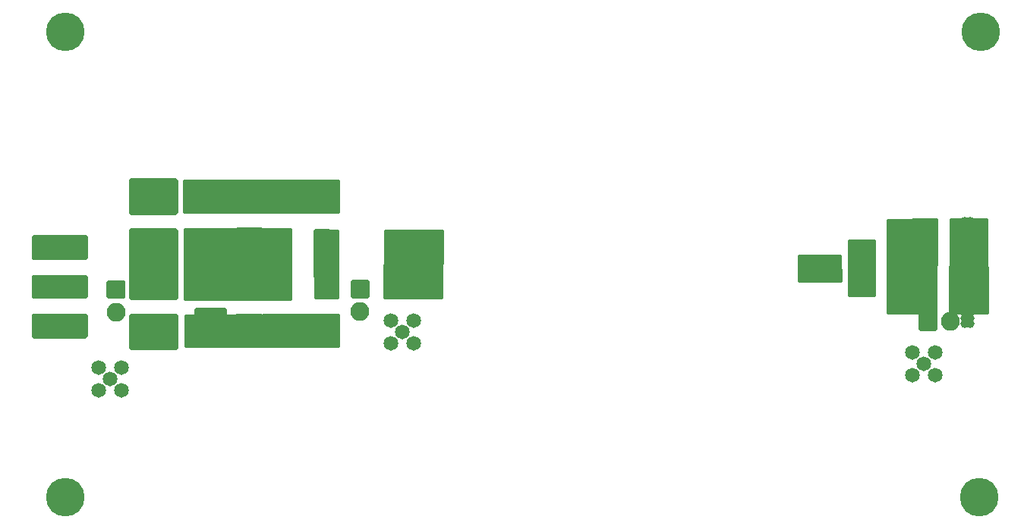
<source format=gts>
%TF.GenerationSoftware,KiCad,Pcbnew,(5.1.7-0-10_14)*%
%TF.CreationDate,2021-02-01T11:36:59-06:00*%
%TF.ProjectId,Q-test-circuit,512d7465-7374-42d6-9369-72637569742e,rev?*%
%TF.SameCoordinates,Original*%
%TF.FileFunction,Soldermask,Top*%
%TF.FilePolarity,Negative*%
%FSLAX46Y46*%
G04 Gerber Fmt 4.6, Leading zero omitted, Abs format (unit mm)*
G04 Created by KiCad (PCBNEW (5.1.7-0-10_14)) date 2021-02-01 11:36:59*
%MOMM*%
%LPD*%
G01*
G04 APERTURE LIST*
%ADD10O,2.100000X2.100000*%
%ADD11C,1.640000*%
%ADD12C,4.300000*%
%ADD13C,1.000000*%
%ADD14C,0.254000*%
%ADD15C,0.100000*%
G04 APERTURE END LIST*
D10*
%TO.C,TP1*%
X117700000Y-109340000D03*
G36*
G01*
X116650000Y-107650000D02*
X116650000Y-105950000D01*
G75*
G02*
X116850000Y-105750000I200000J0D01*
G01*
X118550000Y-105750000D01*
G75*
G02*
X118750000Y-105950000I0J-200000D01*
G01*
X118750000Y-107650000D01*
G75*
G02*
X118550000Y-107850000I-200000J0D01*
G01*
X116850000Y-107850000D01*
G75*
G02*
X116650000Y-107650000I0J200000D01*
G01*
G37*
%TD*%
%TO.C,TP3*%
X210800000Y-110380000D03*
G36*
G01*
X209110000Y-111430000D02*
X207410000Y-111430000D01*
G75*
G02*
X207210000Y-111230000I0J200000D01*
G01*
X207210000Y-109530000D01*
G75*
G02*
X207410000Y-109330000I200000J0D01*
G01*
X209110000Y-109330000D01*
G75*
G02*
X209310000Y-109530000I0J-200000D01*
G01*
X209310000Y-111230000D01*
G75*
G02*
X209110000Y-111430000I-200000J0D01*
G01*
G37*
%TD*%
%TO.C,TP2*%
X144910000Y-109300000D03*
G36*
G01*
X143860000Y-107610000D02*
X143860000Y-105910000D01*
G75*
G02*
X144060000Y-105710000I200000J0D01*
G01*
X145760000Y-105710000D01*
G75*
G02*
X145960000Y-105910000I0J-200000D01*
G01*
X145960000Y-107610000D01*
G75*
G02*
X145760000Y-107810000I-200000J0D01*
G01*
X144060000Y-107810000D01*
G75*
G02*
X143860000Y-107610000I0J200000D01*
G01*
G37*
%TD*%
D11*
%TO.C,TP1*%
X115730000Y-118070000D03*
X118270000Y-115530000D03*
X118270000Y-118070000D03*
X115730000Y-115530000D03*
X117000000Y-116800000D03*
%TD*%
%TO.C,TP3*%
X206530000Y-116400000D03*
X209070000Y-113860000D03*
X209070000Y-116400000D03*
X206530000Y-113860000D03*
X207800000Y-115130000D03*
%TD*%
%TO.C,TP2*%
X148380000Y-112820000D03*
X150920000Y-110280000D03*
X150920000Y-112820000D03*
X148380000Y-110280000D03*
X149650000Y-111550000D03*
%TD*%
%TO.C,J1*%
G36*
G01*
X114339400Y-103525000D02*
X108497400Y-103525000D01*
G75*
G02*
X108297400Y-103325000I0J200000D01*
G01*
X108297400Y-100912000D01*
G75*
G02*
X108497400Y-100712000I200000J0D01*
G01*
X114339400Y-100712000D01*
G75*
G02*
X114539400Y-100912000I0J-200000D01*
G01*
X114539400Y-103325000D01*
G75*
G02*
X114339400Y-103525000I-200000J0D01*
G01*
G37*
G36*
G01*
X114339400Y-112288000D02*
X108497400Y-112288000D01*
G75*
G02*
X108297400Y-112088000I0J200000D01*
G01*
X108297400Y-109675000D01*
G75*
G02*
X108497400Y-109475000I200000J0D01*
G01*
X114339400Y-109475000D01*
G75*
G02*
X114539400Y-109675000I0J-200000D01*
G01*
X114539400Y-112088000D01*
G75*
G02*
X114339400Y-112288000I-200000J0D01*
G01*
G37*
G36*
G01*
X114339400Y-107843000D02*
X108497400Y-107843000D01*
G75*
G02*
X108297400Y-107643000I0J200000D01*
G01*
X108297400Y-105357000D01*
G75*
G02*
X108497400Y-105157000I200000J0D01*
G01*
X114339400Y-105157000D01*
G75*
G02*
X114539400Y-105357000I0J-200000D01*
G01*
X114539400Y-107643000D01*
G75*
G02*
X114339400Y-107843000I-200000J0D01*
G01*
G37*
%TD*%
%TO.C,C1*%
G36*
G01*
X130953000Y-107817500D02*
X130953000Y-106547500D01*
G75*
G02*
X131153000Y-106347500I200000J0D01*
G01*
X133947000Y-106347500D01*
G75*
G02*
X134147000Y-106547500I0J-200000D01*
G01*
X134147000Y-107817500D01*
G75*
G02*
X133947000Y-108017500I-200000J0D01*
G01*
X131153000Y-108017500D01*
G75*
G02*
X130953000Y-107817500I0J200000D01*
G01*
G37*
G36*
G01*
X130953000Y-110992500D02*
X130953000Y-109722500D01*
G75*
G02*
X131153000Y-109522500I200000J0D01*
G01*
X133947000Y-109522500D01*
G75*
G02*
X134147000Y-109722500I0J-200000D01*
G01*
X134147000Y-110992500D01*
G75*
G02*
X133947000Y-111192500I-200000J0D01*
G01*
X131153000Y-111192500D01*
G75*
G02*
X130953000Y-110992500I0J200000D01*
G01*
G37*
%TD*%
%TO.C,C2*%
G36*
G01*
X134167000Y-100072500D02*
X134167000Y-101342500D01*
G75*
G02*
X133967000Y-101542500I-200000J0D01*
G01*
X131173000Y-101542500D01*
G75*
G02*
X130973000Y-101342500I0J200000D01*
G01*
X130973000Y-100072500D01*
G75*
G02*
X131173000Y-99872500I200000J0D01*
G01*
X133967000Y-99872500D01*
G75*
G02*
X134167000Y-100072500I0J-200000D01*
G01*
G37*
G36*
G01*
X134167000Y-96897500D02*
X134167000Y-98167500D01*
G75*
G02*
X133967000Y-98367500I-200000J0D01*
G01*
X131173000Y-98367500D01*
G75*
G02*
X130973000Y-98167500I0J200000D01*
G01*
X130973000Y-96897500D01*
G75*
G02*
X131173000Y-96697500I200000J0D01*
G01*
X133967000Y-96697500D01*
G75*
G02*
X134167000Y-96897500I0J-200000D01*
G01*
G37*
%TD*%
%TO.C,L1*%
G36*
G01*
X126460000Y-107830000D02*
X126460000Y-106830000D01*
G75*
G02*
X126660000Y-106630000I200000J0D01*
G01*
X129860000Y-106630000D01*
G75*
G02*
X130060000Y-106830000I0J-200000D01*
G01*
X130060000Y-107830000D01*
G75*
G02*
X129860000Y-108030000I-200000J0D01*
G01*
X126660000Y-108030000D01*
G75*
G02*
X126460000Y-107830000I0J200000D01*
G01*
G37*
G36*
G01*
X126460000Y-110030000D02*
X126460000Y-109030000D01*
G75*
G02*
X126660000Y-108830000I200000J0D01*
G01*
X129860000Y-108830000D01*
G75*
G02*
X130060000Y-109030000I0J-200000D01*
G01*
X130060000Y-110030000D01*
G75*
G02*
X129860000Y-110230000I-200000J0D01*
G01*
X126660000Y-110230000D01*
G75*
G02*
X126460000Y-110030000I0J200000D01*
G01*
G37*
%TD*%
%TO.C,L2*%
G36*
G01*
X139925000Y-100010000D02*
X141405000Y-100010000D01*
G75*
G02*
X141605000Y-100210000I0J-200000D01*
G01*
X141605000Y-105370000D01*
G75*
G02*
X141405000Y-105570000I-200000J0D01*
G01*
X139925000Y-105570000D01*
G75*
G02*
X139725000Y-105370000I0J200000D01*
G01*
X139725000Y-100210000D01*
G75*
G02*
X139925000Y-100010000I200000J0D01*
G01*
G37*
G36*
G01*
X135595000Y-102550000D02*
X137075000Y-102550000D01*
G75*
G02*
X137275000Y-102750000I0J-200000D01*
G01*
X137275000Y-107910000D01*
G75*
G02*
X137075000Y-108110000I-200000J0D01*
G01*
X135595000Y-108110000D01*
G75*
G02*
X135395000Y-107910000I0J200000D01*
G01*
X135395000Y-102750000D01*
G75*
G02*
X135595000Y-102550000I200000J0D01*
G01*
G37*
%TD*%
%TO.C,Z1*%
G36*
G01*
X119140000Y-113378000D02*
X119140000Y-109695000D01*
G75*
G02*
X119340000Y-109495000I200000J0D01*
G01*
X124420000Y-109495000D01*
G75*
G02*
X124620000Y-109695000I0J-200000D01*
G01*
X124620000Y-113378000D01*
G75*
G02*
X124420000Y-113578000I-200000J0D01*
G01*
X119340000Y-113578000D01*
G75*
G02*
X119140000Y-113378000I0J200000D01*
G01*
G37*
G36*
G01*
X119140000Y-98265000D02*
X119140000Y-94582000D01*
G75*
G02*
X119340000Y-94382000I200000J0D01*
G01*
X124420000Y-94382000D01*
G75*
G02*
X124620000Y-94582000I0J-200000D01*
G01*
X124620000Y-98265000D01*
G75*
G02*
X124420000Y-98465000I-200000J0D01*
G01*
X119340000Y-98465000D01*
G75*
G02*
X119140000Y-98265000I0J200000D01*
G01*
G37*
G36*
G01*
X119140000Y-107790001D02*
X119140000Y-100169999D01*
G75*
G02*
X119339999Y-99970000I199999J0D01*
G01*
X124420001Y-99970000D01*
G75*
G02*
X124620000Y-100169999I0J-199999D01*
G01*
X124620000Y-107790001D01*
G75*
G02*
X124420001Y-107990000I-199999J0D01*
G01*
X119339999Y-107990000D01*
G75*
G02*
X119140000Y-107790001I0J199999D01*
G01*
G37*
%TD*%
%TO.C,P1*%
G36*
G01*
X151310000Y-104940000D02*
X151310000Y-102940000D01*
G75*
G02*
X151510000Y-102740000I200000J0D01*
G01*
X153510000Y-102740000D01*
G75*
G02*
X153710000Y-102940000I0J-200000D01*
G01*
X153710000Y-104940000D01*
G75*
G02*
X153510000Y-105140000I-200000J0D01*
G01*
X151510000Y-105140000D01*
G75*
G02*
X151310000Y-104940000I0J200000D01*
G01*
G37*
%TD*%
%TO.C,P2*%
G36*
G01*
X194090000Y-105440000D02*
X194090000Y-103440000D01*
G75*
G02*
X194290000Y-103240000I200000J0D01*
G01*
X196290000Y-103240000D01*
G75*
G02*
X196490000Y-103440000I0J-200000D01*
G01*
X196490000Y-105440000D01*
G75*
G02*
X196290000Y-105640000I-200000J0D01*
G01*
X194290000Y-105640000D01*
G75*
G02*
X194090000Y-105440000I0J200000D01*
G01*
G37*
%TD*%
%TO.C,C4*%
G36*
G01*
X208740000Y-107590000D02*
X206990000Y-107590000D01*
G75*
G02*
X206790000Y-107390000I0J200000D01*
G01*
X206790000Y-101390000D01*
G75*
G02*
X206990000Y-101190000I200000J0D01*
G01*
X208740000Y-101190000D01*
G75*
G02*
X208940000Y-101390000I0J-200000D01*
G01*
X208940000Y-107390000D01*
G75*
G02*
X208740000Y-107590000I-200000J0D01*
G01*
G37*
G36*
G01*
X213990000Y-107590000D02*
X212240000Y-107590000D01*
G75*
G02*
X212040000Y-107390000I0J200000D01*
G01*
X212040000Y-101390000D01*
G75*
G02*
X212240000Y-101190000I200000J0D01*
G01*
X213990000Y-101190000D01*
G75*
G02*
X214190000Y-101390000I0J-200000D01*
G01*
X214190000Y-107390000D01*
G75*
G02*
X213990000Y-107590000I-200000J0D01*
G01*
G37*
%TD*%
%TO.C,C3*%
G36*
G01*
X201390000Y-107600000D02*
X199640000Y-107600000D01*
G75*
G02*
X199440000Y-107400000I0J200000D01*
G01*
X199440000Y-101400000D01*
G75*
G02*
X199640000Y-101200000I200000J0D01*
G01*
X201390000Y-101200000D01*
G75*
G02*
X201590000Y-101400000I0J-200000D01*
G01*
X201590000Y-107400000D01*
G75*
G02*
X201390000Y-107600000I-200000J0D01*
G01*
G37*
G36*
G01*
X206640000Y-107600000D02*
X204890000Y-107600000D01*
G75*
G02*
X204690000Y-107400000I0J200000D01*
G01*
X204690000Y-101400000D01*
G75*
G02*
X204890000Y-101200000I200000J0D01*
G01*
X206640000Y-101200000D01*
G75*
G02*
X206840000Y-101400000I0J-200000D01*
G01*
X206840000Y-107400000D01*
G75*
G02*
X206640000Y-107600000I-200000J0D01*
G01*
G37*
%TD*%
D12*
X214118000Y-78019000D03*
X214000000Y-130000000D03*
X112000000Y-130000000D03*
X112000000Y-78000000D03*
D13*
X212400000Y-110600000D03*
X212400000Y-99200000D03*
X213000000Y-99200000D03*
X212400000Y-99800000D03*
X213000000Y-99800000D03*
X213000000Y-100400000D03*
X213000000Y-101000000D03*
X212400000Y-101000000D03*
X212400000Y-100400000D03*
X212400000Y-107600000D03*
X213000000Y-108200000D03*
X213000000Y-107600000D03*
X212400000Y-108200000D03*
X213000000Y-110600000D03*
X213000000Y-110000000D03*
X213000000Y-108800000D03*
X213000000Y-109400000D03*
X212400000Y-109400000D03*
X212400000Y-108800000D03*
X212400000Y-110000000D03*
X213000000Y-106400000D03*
X213000000Y-107000000D03*
X212400000Y-107000000D03*
X212400000Y-106400000D03*
X212400000Y-105200000D03*
X213000000Y-105800000D03*
X213000000Y-105200000D03*
X212400000Y-105800000D03*
X213000000Y-104000000D03*
X213000000Y-104600000D03*
X212400000Y-104600000D03*
X212400000Y-104000000D03*
X212400000Y-102800000D03*
X213000000Y-103400000D03*
X213000000Y-102800000D03*
X212400000Y-103400000D03*
X213000000Y-101600000D03*
X213000000Y-102200000D03*
X212400000Y-102200000D03*
X212400000Y-101600000D03*
X137530000Y-111560000D03*
X126550000Y-112470000D03*
X128140000Y-111560000D03*
X129720000Y-112490000D03*
X131250000Y-111620000D03*
X132710000Y-112570000D03*
X134230000Y-111480000D03*
X135680000Y-112510000D03*
X141350000Y-95560000D03*
X140130000Y-96480000D03*
X138540000Y-95460000D03*
X136900000Y-96500000D03*
X135390000Y-95420000D03*
X133850000Y-96480000D03*
X132380000Y-95560000D03*
X126090000Y-95610000D03*
X127410000Y-96560000D03*
X128930000Y-95610000D03*
X130860000Y-96400000D03*
X139050000Y-112510000D03*
X141430000Y-112590000D03*
X140250000Y-111560000D03*
D14*
X202276856Y-101281796D02*
X202269145Y-107517795D01*
X199419259Y-107513204D01*
X199423132Y-101277205D01*
X202276856Y-101281796D01*
D15*
G36*
X202276856Y-101281796D02*
G01*
X202269145Y-107517795D01*
X199419259Y-107513204D01*
X199423132Y-101277205D01*
X202276856Y-101281796D01*
G37*
D14*
X154122021Y-100186810D02*
X154063978Y-107732433D01*
X147627479Y-107703570D01*
X147655916Y-100177173D01*
X154122021Y-100186810D01*
D15*
G36*
X154122021Y-100186810D02*
G01*
X154063978Y-107732433D01*
X147627479Y-107703570D01*
X147655916Y-100177173D01*
X154122021Y-100186810D01*
G37*
D14*
X198540510Y-105833000D02*
X193807000Y-105833000D01*
X193807000Y-102997000D01*
X198485442Y-102997000D01*
X198540510Y-105833000D01*
D15*
G36*
X198540510Y-105833000D02*
G01*
X193807000Y-105833000D01*
X193807000Y-102997000D01*
X198485442Y-102997000D01*
X198540510Y-105833000D01*
G37*
D14*
X142503000Y-98163072D02*
X125217000Y-98172928D01*
X125217000Y-94597000D01*
X142503000Y-94597000D01*
X142503000Y-98163072D01*
D15*
G36*
X142503000Y-98163072D02*
G01*
X125217000Y-98172928D01*
X125217000Y-94597000D01*
X142503000Y-94597000D01*
X142503000Y-98163072D01*
G37*
D14*
X137153156Y-100036791D02*
X137162843Y-107893105D01*
X125356067Y-107902895D01*
X125297942Y-100017212D01*
X137153156Y-100036791D01*
D15*
G36*
X137153156Y-100036791D02*
G01*
X137162843Y-107893105D01*
X125356067Y-107902895D01*
X125297942Y-100017212D01*
X137153156Y-100036791D01*
G37*
D14*
X142483000Y-113182927D02*
X125377341Y-113173073D01*
X125386663Y-109696127D01*
X142483000Y-109577881D01*
X142483000Y-113182927D01*
D15*
G36*
X142483000Y-113182927D02*
G01*
X125377341Y-113173073D01*
X125386663Y-109696127D01*
X142483000Y-109577881D01*
X142483000Y-113182927D01*
G37*
D14*
X209143709Y-109423078D02*
X203705277Y-109426422D01*
X203748727Y-98973356D01*
X209202286Y-98967146D01*
X209143709Y-109423078D01*
D15*
G36*
X209143709Y-109423078D02*
G01*
X203705277Y-109426422D01*
X203748727Y-98973356D01*
X209202286Y-98967146D01*
X209143709Y-109423078D01*
G37*
D14*
X214893253Y-109413000D02*
X210635727Y-109413000D01*
X210749044Y-98937000D01*
X214849240Y-98937000D01*
X214893253Y-109413000D01*
D15*
G36*
X214893253Y-109413000D02*
G01*
X210635727Y-109413000D01*
X210749044Y-98937000D01*
X214849240Y-98937000D01*
X214893253Y-109413000D01*
G37*
D14*
X142453162Y-107723444D02*
X139857164Y-107732553D01*
X139866838Y-100206113D01*
X142462836Y-100187896D01*
X142453162Y-107723444D01*
D15*
G36*
X142453162Y-107723444D02*
G01*
X139857164Y-107732553D01*
X139866838Y-100206113D01*
X142462836Y-100187896D01*
X142453162Y-107723444D01*
G37*
M02*

</source>
